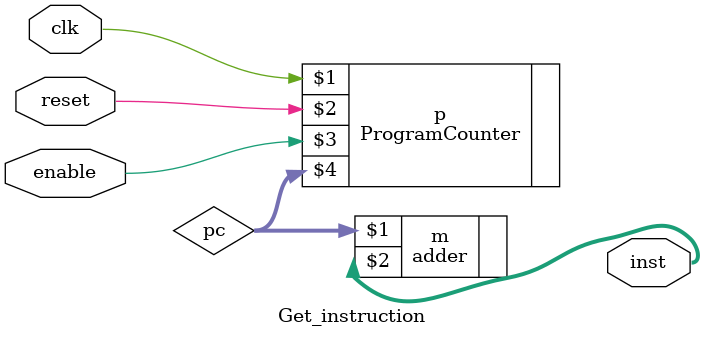
<source format=v>
`timescale 1ns / 1ps
module Get_instruction(
 input clk, reset, enable, 

output [31:0]inst);

wire [31:0] pc;

ProgramCounter p(clk,reset,enable,pc);

adder m(pc,inst);

endmodule


</source>
